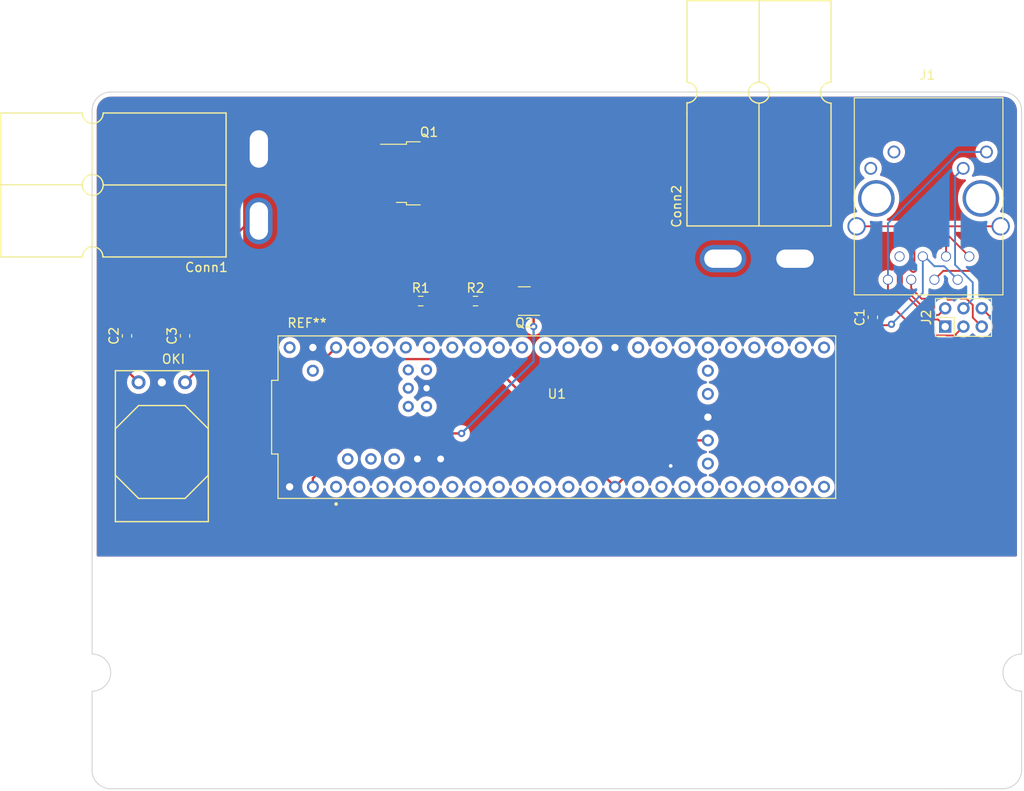
<source format=kicad_pcb>
(kicad_pcb (version 20211014) (generator pcbnew)
  (layers (0 "F.Cu" signal) (31 "B.Cu" signal) (34 "B.Paste" user) (35 "F.Paste" user) (36 "B.SilkS" user "B.Silkscreen") (37 "F.SilkS" user "F.Silkscreen") (38 "B.Mask" user) (39 "F.Mask" user) (44 "Edge.Cuts" user))
  (net 0 "")
  (net 1 "Net-(C1-Pad1)")
  (net 2 "Net-(C1-Pad2)")
  (net 3 "GND")
  (net 4 "+36V")
  (net 5 "Net-(Conn2-Pad4)")
  (net 6 "unconnected-(J1-PadSH)")
  (net 8 "Net-(J1-Pad10)")
  (net 10 "/Tx+")
  (net 11 "/Tx-")
  (net 13 "/Rx+")
  (net 14 "/Rx-")
  (net 15 "Net-(Q1-Pad1)")
  (net 16 "M1_EN")
  (net 17 "Net-(Q2-Pad3)")
  (net 22 "+3V3")
  (footprint "MRDT_Connectors:Square_Anderson_2_H_Side_By_Side_PV" (layer "F.Cu") (at 145.715 57.7178 -90)
    (fp_text reference "Conn2" (at -5.85 13.25 90) (layer "F.SilkS"))
    (fp_text value "AndersonPP")
    (fp_line (start -18.2856 1.951) (end -18.2856 3.094) (layer "F.SilkS") (width 0.15))
    (fp_line (start -16.025 -3.637) (end -17.1172 -3.637) (layer "F.SilkS") (width 0.15))
    (fp_line (start -20.5716 12.111) (end -28.3186 12.111) (layer "F.SilkS") (width 0.15))
    (fp_line (start -28.3186 -3.637) (end -20.5716 -3.637) (layer "F.SilkS") (width 0.15))
    (fp_line (start -15.9996 4.237) (end -3.706 4.237) (layer "F.SilkS") (width 0.15))
    (fp_line (start -28.3186 4.2116) (end -19.4286 4.2116) (layer "F.SilkS") (width 0.15))
    (fp_line (start -18.2856 6.523) (end -18.2856 5.38) (layer "F.SilkS") (width 0.15))
    (fp_line (start -15.9742 12.111) (end -17.168 12.111) (layer "F.SilkS") (width 0.15))
    (fp_line (start -28.344 -3.637) (end -28.344 12.111) (layer "F.SilkS") (width 0.15))
    (fp_line (start -18.2856 1.951) (end -18.2856 -1.3256) (layer "F.SilkS") (width 0.15))
    (fp_line (start -18.2856 9.7996) (end -18.2856 10.968) (layer "F.SilkS") (width 0.15))
    (fp_line (start -18.2856 6.523) (end -18.2856 9.825) (layer "F.SilkS") (width 0.15))
    (fp_line (start -20.597 12.111) (end -19.4286 12.111) (layer "F.SilkS") (width 0.15))
    (fp_line (start -15.9996 4.237) (end -17.1426 4.237) (layer "F.SilkS") (width 0.15))
    (fp_line (start -15.9996 12.111) (end -3.706 12.111) (layer "F.SilkS") (width 0.15))
    (fp_line (start -18.2856 -2.494) (end -18.2856 -1.3256) (layer "F.SilkS") (width 0.15))
    (fp_line (start -15.9996 -3.637) (end -3.706 -3.637) (layer "F.SilkS") (width 0.15))
    (fp_line (start -3.706 -3.637) (end -3.706 12.111) (layer "F.SilkS") (width 0.15))
    (fp_line (start -19.4286 -3.637) (end -20.6478 -3.637) (layer "F.SilkS") (width 0.15))
    (fp_arc (start -17.1426 -3.637) (mid -17.477377 -2.828777) (end -18.2856 -2.494) (layer "F.SilkS") (width 0.15))
    (fp_arc (start -19.4032 12.111) (mid -19.075863 11.320737) (end -18.2856 10.9934) (layer "F.SilkS") (width 0.15))
    (fp_arc (start -18.2856 -2.494) (mid -19.093823 -2.828777) (end -19.4286 -3.637) (layer "F.SilkS") (width 0.15))
    (fp_arc (start -18.2856 10.9934) (mid -17.495337 11.320737) (end -17.168 12.111) (layer "F.SilkS") (width 0.15))
    (fp_circle (center -18.2856 4.237) (end -18.2856 5.38) (layer "F.SilkS") (width 0.15) (fill none))
    (pad "1" thru_hole oval locked (at -0.1246 0.3 270) (size 3 5.1) (drill oval 2 4.1) (layers *.Cu *.Mask) (net 3 "GND"))
    (pad "4" thru_hole oval locked (at -0.1246 8.174 270) (size 3 5.1) (drill oval 2 4.1) (layers *.Cu *.Mask) (net 5 "Net-(Conn2-Pad4)"))
  )
  (footprint "MRDT_Shields:Teensy_4_1_Vertical" (layer "F.Cu") (at 68.58 39.37)
    (fp_text reference "U1" (at 50.8 33.02) (layer "F.SilkS"))
    (fp_text value "Teensy4.1_DEV-16771")
    (fp_text user "REF**" (at 23.495 25.265) (layer "F.SilkS"))
    (fp_line (start 81.28 44.45) (end 20.32 44.45) (layer "F.SilkS") (width 0.127))
    (fp_line (start 20.32 26.67) (end 81.28 26.67) (layer "F.SilkS") (width 0.127))
    (fp_line (start 19.62 39.59) (end 19.62 31.53) (layer "F.SilkS") (width 0.127))
    (fp_line (start 20.32 26.67) (end 20.32 31.53) (layer "F.SilkS") (width 0.127))
    (fp_line (start 20.32 44.45) (end 20.32 39.59) (layer "F.SilkS") (width 0.127))
    (fp_line (start 20.32 31.53) (end 19.62 31.53) (layer "F.SilkS") (width 0.127))
    (fp_line (start 81.28 26.67) (end 81.28 44.45) (layer "F.SilkS") (width 0.127))
    (fp_line (start 20.32 39.59) (end 19.62 39.59) (layer "F.SilkS") (width 0.127))
    (fp_circle (center 26.67 45.06) (end 26.77 45.06) (layer "F.SilkS") (width 0.2) (fill none))
    (pad "0" thru_hole circle locked (at 24.13 43.18) (size 1.308 1.308) (drill 0.8) (layers *.Cu *.Mask) (net 16 "M1_EN"))
    (pad "1" thru_hole circle locked (at 26.67 43.18) (size 1.308 1.308) (drill 0.8) (layers *.Cu *.Mask))
    (pad "2" thru_hole circle locked (at 29.21 43.18) (size 1.308 1.308) (drill 0.8) (layers *.Cu *.Mask))
    (pad "3" thru_hole circle locked (at 31.75 43.18) (size 1.308 1.308) (drill 0.8) (layers *.Cu *.Mask))
    (pad "3.3V_1" thru_hole circle locked (at 57.15 43.18) (size 1.308 1.308) (drill 0.8) (layers *.Cu *.Mask) (net 22 "+3V3"))
    (pad "3.3V_2" thru_hole circle locked (at 26.67 27.94) (size 1.308 1.308) (drill 0.8) (layers *.Cu *.Mask) (net 22 "+3V3"))
    (pad "3.3V_3" thru_hole circle locked (at 67.31 38.1) (size 1.308 1.308) (drill 0.8) (layers *.Cu *.Mask) (net 22 "+3V3"))
    (pad "4" thru_hole circle locked (at 34.29 43.18) (size 1.308 1.308) (drill 0.8) (layers *.Cu *.Mask))
    (pad "5" thru_hole circle locked (at 36.83 43.18) (size 1.308 1.308) (drill 0.8) (layers *.Cu *.Mask))
    (pad "5V" thru_hole circle locked (at 27.94 40.13) (size 1.258 1.258) (drill 0.75) (layers *.Cu *.Mask))
    (pad "6" thru_hole circle locked (at 39.37 43.18) (size 1.308 1.308) (drill 0.8) (layers *.Cu *.Mask))
    (pad "7" thru_hole circle locked (at 41.91 43.18) (size 1.308 1.308) (drill 0.8) (layers *.Cu *.Mask))
    (pad "8" thru_hole circle locked (at 44.45 43.18) (size 1.308 1.308) (drill 0.8) (layers *.Cu *.Mask))
    (pad "9" thru_hole circle locked (at 46.99 43.18) (size 1.308 1.308) (drill 0.8) (layers *.Cu *.Mask))
    (pad "10" thru_hole circle locked (at 49.53 43.18) (size 1.308 1.308) (drill 0.8) (layers *.Cu *.Mask))
    (pad "11" thru_hole circle locked (at 52.07 43.18) (size 1.308 1.308) (drill 0.8) (layers *.Cu *.Mask))
    (pad "12" thru_hole circle locked (at 54.61 43.18) (size 1.308 1.308) (drill 0.8) (layers *.Cu *.Mask))
    (pad "13" thru_hole circle locked (at 54.61 27.94) (size 1.308 1.308) (drill 0.8) (layers *.Cu *.Mask))
    (pad "14" thru_hole circle locked (at 52.07 27.94) (size 1.308 1.308) (drill 0.8) (layers *.Cu *.Mask))
    (pad "15" thru_hole circle locked (at 49.53 27.94) (size 1.308 1.308) (drill 0.8) (layers *.Cu *.Mask))
    (pad "16" thru_hole circle locked (at 46.99 27.94) (size 1.308 1.308) (drill 0.8) (layers *.Cu *.Mask))
    (pad "17" thru_hole circle locked (at 44.45 27.94) (size 1.308 1.308) (drill 0.8) (layers *.Cu *.Mask))
    (pad "18" thru_hole circle locked (at 41.91 27.94) (size 1.308 1.308) (drill 0.8) (layers *.Cu *.Mask))
    (pad "19" thru_hole circle locked (at 39.37 27.94) (size 1.308 1.308) (drill 0.8) (layers *.Cu *.Mask))
    (pad "20" thru_hole circle locked (at 36.83 27.94) (size 1.308 1.308) (drill 0.8) (layers *.Cu *.Mask))
    (pad "21" thru_hole circle locked (at 34.29 27.94) (size 1.308 1.308) (drill 0.8) (layers *.Cu *.Mask))
    (pad "22" thru_hole circle locked (at 31.75 27.94) (size 1.308 1.308) (drill 0.8) (layers *.Cu *.Mask))
    (pad "23" thru_hole circle locked (at 29.21 27.94) (size 1.308 1.308) (drill 0.8) (layers *.Cu *.Mask))
    (pad "24" thru_hole circle locked (at 59.69 43.18) (size 1.308 1.308) (drill 0.8) (layers *.Cu *.Mask))
    (pad "25" thru_hole circle locked (at 62.23 43.18) (size 1.308 1.308) (drill 0.8) (layers *.Cu *.Mask))
    (pad "26" thru_hole circle locked (at 64.77 43.18) (size 1.308 1.308) (drill 0.8) (layers *.Cu *.Mask))
    (pad "27" thru_hole circle locked (at 67.31 43.18) (size 1.308 1.308) (drill 0.8) (layers *.Cu *.Mask))
    (pad "28" thru_hole circle locked (at 69.85 43.18) (size 1.308 1.308) (drill 0.8) (layers *.Cu *.Mask))
    (pad "29" thru_hole circle locked (at 72.39 43.18) (size 1.308 1.308) (drill 0.8) (layers *.Cu *.Mask))
    (pad "30" thru_hole circle locked (at 74.93 43.18) (size 1.308 1.308) (drill 0.8) (layers *.Cu *.Mask))
    (pad "31" thru_hole circle locked (at 77.47 43.18) (size 1.308 1.308) (drill 0.8) (layers *.Cu *.Mask))
    (pad "32" thru_hole circle locked (at 80.01 43.18) (size 1.308 1.308) (drill 0.8) (layers *.Cu *.Mask))
    (pad "33" thru_hole circle locked (at 80.01 27.94) (size 1.308 1.308) (drill 0.8) (layers *.Cu *.Mask))
    (pad "34" thru_hole circle locked (at 77.47 27.94) (size 1.308 1.308) (drill 0.8) (layers *.Cu *.Mask))
    (pad "35" thru_hole circle locked (at 74.93 27.94) (size 1.308 1.308) (drill 0.8) (layers *.Cu *.Mask))
    (pad "36" thru_hole circle locked (at 72.39 27.94) (size 1.308 1.308) (drill 0.8) (layers *.Cu *.Mask))
    (pad "37" thru_hole circle locked (at 69.85 27.94) (size 1.308 1.308) (drill 0.8) (layers *.Cu *.Mask))
    (pad "38" thru_hole circle locked (at 67.31 27.94) (size 1.308 1.308) (drill 0.8) (layers *.Cu *.Mask))
    (pad "39" thru_hole circle locked (at 64.77 27.94) (size 1.308 1.308) (drill 0.8) (layers *.Cu *.Mask))
    (pad "40" thru_hole circle locked (at 62.23 27.94) (size 1.308 1.308) (drill 0.8) (layers *.Cu *.Mask))
    (pad "41" thru_hole circle locked (at 59.69 27.94) (size 1.308 1.308) (drill 0.8) (layers *.Cu *.Mask))
    (pad "D+" thru_hole circle locked (at 33.02 40.13 180) (size 1.258 1.258) (drill 0.75) (layers *.Cu *.Mask))
    (pad "D-" thru_hole circle locked (at 30.48 40.13) (size 1.258 1.258) (drill 0.75) (layers *.Cu *.Mask))
    (pad "GND1" thru_hole circle locked (at 21.59 43.18) (size 1.308 1.308) (drill 0.8) (layers *.Cu *.Mask) (net 3 "GND"))
    (pad "GND2" thru_hole circle locked (at 57.15 27.94) (size 1.308 1.308) (drill 0.8) (layers *.Cu *.Mask) (net 3 "GND"))
    (pad "GND3" thru_hole circle locked (at 24.13 27.94) (size 1.308 1.308) (drill 0.8) (layers *.Cu *.Mask) (net 3 "GND"))
    (pad "GND4" thru_hole circle locked (at 67.31 35.56) (size 1.308 1.308) (drill 0.8) (layers *.Cu *.Mask) (net 3 "GND"))
    (pad "GND5" thru_hole circle locked (at 36.56 32.39) (size 1.208 1.208) (drill 0.7) (layers *.Cu *.Mask) (net 3 "GND"))
    (pad "LED" thru_hole circle locked (at 34.56 32.39) (size 1.208 1.208) (drill 0.7) (layers *.Cu *.Mask))
    (pad "ON/OFF" thru_hole circle locked (at 67.31 30.48) (size 1.308 1.308) (drill 0.8) (layers *.Cu *.Mask))
    (pad "PROGRAM" thru_hole circle locked (at 67.31 33.02) (size 1.308 1.308) (drill 0.8) (layers *.Cu *.Mask))
    (pad "R+" thru_hole circle locked (at 34.56 30.39) (size 1.208 1.208) (drill 0.7) (layers *.Cu *.Mask))
    (pad "R-" thru_hole circle locked (at 36.56 30.39) (size 1.208 1.208) (drill 0.7) (layers *.Cu *.Mask))
    (pad "T+" thru_hole circle locked (at 36.56 34.39) (size 1.208 1.208) (drill 0.7) (layers *.Cu *.Mask))
    (pad "T-" thru_hole circle locked (at 34.56 34.39 270) (size 1.208 1.208) (drill 0.7) (layers *.Cu *.Mask))
    (pad "USB_GND1" thru_hole circle locked (at 35.56 40.13 180) (size 1.258 1.258) (drill 0.75) (layers *.Cu *.Mask) (net 3 "GND"))
    (pad "USB_GND2" thru_hole circle locked (at 38.1 40.13) (size 1.258 1.258) (drill 0.75) (layers *.Cu *.Mask) (net 3 "GND"))
    (pad "VBAT" thru_hole circle locked (at 67.31 40.64) (size 1.308 1.308) (drill 0.8) (layers *.Cu *.Mask))
    (pad "VIN" thru_hole circle locked (at 21.59 27.94) (size 1.308 1.308) (drill 0.8) (layers *.Cu *.Mask))
    (pad "VUSB" thru_hole circle locked (at 24.13 30.48) (size 1.308 1.308) (drill 0.8) (layers *.Cu *.Mask))
  )
  (footprint "Package_TO_SOT_SMD:SOT-23" (layer "F.Cu") (at 115.824 62.23 180)
    (fp_text reference "Q2" (at 0 -2.4) (layer "F.SilkS"))
    (fp_text value "Q_NMOS_GSD")
    (fp_line (start 0 1.56) (end -0.65 1.56) (layer "F.SilkS") (width 0.12))
    (fp_line (start 0 1.56) (end 0.65 1.56) (layer "F.SilkS") (width 0.12))
    (fp_line (start 0 -1.56) (end 0.65 -1.56) (layer "F.SilkS") (width 0.12))
    (fp_line (start 0 -1.56) (end -1.675 -1.56) (layer "F.SilkS") (width 0.12))
    (pad "1" smd roundrect (at -0.9375 -0.95 180) (size 1.475 0.6) (layers "F.Cu" "F.Paste" "F.Mask") (net 16 "M1_EN"))
    (pad "2" smd roundrect (at -0.9375 0.95 180) (size 1.475 0.6) (layers "F.Cu" "F.Paste" "F.Mask") (net 3 "GND"))
    (pad "3" smd roundrect (at 0.9375 0 180) (size 1.475 0.6) (layers "F.Cu" "F.Paste" "F.Mask") (net 17 "Net-(Q2-Pad3)"))
  )
  (footprint "Connector_PinHeader_2.00mm:PinHeader_2x03_P2.00mm_Vertical" (layer "F.Cu") (at 161.83 65.024 90)
    (fp_text reference "J2" (at 1 -2.06 90) (layer "F.SilkS"))
    (fp_text value "Conn_02x03_Counter_Clockwise")
    (fp_line (start -1.06 5.06) (end 3.06 5.06) (layer "F.SilkS") (width 0.12))
    (fp_line (start -1.06 1) (end 1 1) (layer "F.SilkS") (width 0.12))
    (fp_line (start 1 -1.06) (end 3.06 -1.06) (layer "F.SilkS") (width 0.12))
    (fp_line (start -1.06 -1.06) (end 0 -1.06) (layer "F.SilkS") (width 0.12))
    (fp_line (start -1.06 1) (end -1.06 5.06) (layer "F.SilkS") (width 0.12))
    (fp_line (start 3.06 -1.06) (end 3.06 5.06) (layer "F.SilkS") (width 0.12))
    (fp_line (start -1.06 0) (end -1.06 -1.06) (layer "F.SilkS") (width 0.12))
    (fp_line (start 1 1) (end 1 -1.06) (layer "F.SilkS") (width 0.12))
    (pad "1" thru_hole rect (at 0 0 90) (size 1.35 1.35) (drill 0.8) (layers *.Cu *.Mask) (net 10 "/Tx+"))
    (pad "2" thru_hole oval (at 2 0 90) (size 1.35 1.35) (drill 0.8) (layers *.Cu *.Mask) (net 11 "/Tx-"))
    (pad "3" thru_hole oval (at 0 2 90) (size 1.35 1.35) (drill 0.8) (layers *.Cu *.Mask) (net 2 "Net-(C1-Pad2)"))
    (pad "4" thru_hole oval (at 2 2 90) (size 1.35 1.35) (drill 0.8) (layers *.Cu *.Mask) (net 8 "Net-(J1-Pad10)"))
    (pad "5" thru_hole oval (at 0 4 90) (size 1.35 1.35) (drill 0.8) (layers *.Cu *.Mask) (net 14 "/Rx-"))
    (pad "6" thru_hole oval (at 2 4 90) (size 1.35 1.35) (drill 0.8) (layers *.Cu *.Mask) (net 13 "/Rx+"))
  )
  (footprint "Package_TO_SOT_SMD:TO-252-2" (layer "F.Cu") (at 105.41 48.26)
    (fp_text reference "Q1" (at 0 -4.5) (layer "F.SilkS"))
    (fp_text value "Q_PMOS_GDS")
    (fp_line (start -2.47 3.18) (end -3.57 3.18) (layer "F.SilkS") (width 0.12))
    (fp_line (start -2.47 -3.18) (end -5.3 -3.18) (layer "F.SilkS") (width 0.12))
    (fp_line (start -0.97 3.45) (end -2.47 3.45) (layer "F.SilkS") (width 0.12))
    (fp_line (start -2.47 3.45) (end -2.47 3.18) (layer "F.SilkS") (width 0.12))
    (fp_line (start -2.47 -3.45) (end -2.47 -3.18) (layer "F.SilkS") (width 0.12))
    (fp_line (start -0.97 -3.45) (end -2.47 -3.45) (layer "F.SilkS") (width 0.12))
    (pad "1" smd rect (at -4.2 -2.28) (size 2.2 1.2) (layers "F.Cu" "F.Paste" "F.Mask") (net 15 "Net-(Q1-Pad1)"))
    (pad "2" smd rect (at 2.1 0) (size 6.4 5.8) (layers "F.Cu" "F.Mask") (net 5 "Net-(Conn2-Pad4)"))
    (pad "3" smd rect (at -4.2 2.28) (size 2.2 1.2) (layers "F.Cu" "F.Paste" "F.Mask") (net 4 "+36V"))
  )
  (footprint "Resistor_SMD:R_0603_1608Metric_Pad0.98x0.95mm_HandSolder" (layer "F.Cu") (at 104.4975 62.23)
    (fp_text reference "R1" (at 0 -1.43) (layer "F.SilkS"))
    (fp_text value "10K")
    (fp_line (start -0.254724 0.5225) (end 0.254724 0.5225) (layer "F.SilkS") (width 0.12))
    (fp_line (start -0.254724 -0.5225) (end 0.254724 -0.5225) (layer "F.SilkS") (width 0.12))
    (pad "1" smd roundrect (at -0.9125 0) (size 0.975 0.95) (layers "F.Cu" "F.Paste" "F.Mask") (net 4 "+36V"))
    (pad "2" smd roundrect (at 0.9125 0) (size 0.975 0.95) (layers "F.Cu" "F.Paste" "F.Mask") (net 15 "Net-(Q1-Pad1)"))
  )
  (footprint "MRDT_Connectors:RJ45_Teensy" (layer "F.Cu") (at 159.895 38.0025 180)
    (fp_text reference "J1" (at 0 0.5) (layer "F.SilkS"))
    (fp_text value "RJ45_LED_Shielded")
    (fp_line (start 8 -2) (end 8 -23.55) (layer "F.SilkS") (width 0.12))
    (fp_line (start -8.25 -2) (end -8.25 -23.55) (layer "F.SilkS") (width 0.12))
    (fp_line (start -8.25 -2) (end 8 -2) (layer "F.SilkS") (width 0.12))
    (fp_line (start -8.25 -23.55) (end 8 -23.55) (layer "F.SilkS") (width 0.12))
    (pad "1" thru_hole circle locked (at -4.57 -19.35 180) (size 1.1 1.1) (drill 0.9) (layers *.Cu *.Mask) (net 10 "/Tx+"))
    (pad "2" thru_hole circle locked (at -3.3 -21.89 180) (size 1.1 1.1) (drill 0.9) (layers *.Cu *.Mask) (net 1 "Net-(C1-Pad1)"))
    (pad "3" thru_hole circle locked (at -2.03 -19.35 180) (size 1.1 1.1) (drill 0.9) (layers *.Cu *.Mask) (net 11 "/Tx-"))
    (pad "4" thru_hole circle locked (at -0.76 -21.89 180) (size 1.1 1.1) (drill 0.9) (layers *.Cu *.Mask) (net 13 "/Rx+"))
    (pad "5" thru_hole circle locked (at 0.51 -19.35 180) (size 1.1 1.1) (drill 0.9) (layers *.Cu *.Mask) (net 1 "Net-(C1-Pad1)"))
    (pad "6" thru_hole circle locked (at 1.78 -21.89 180) (size 1.1 1.1) (drill 0.9) (layers *.Cu *.Mask) (net 14 "/Rx-"))
    (pad "7" thru_hole circle locked (at 3.05 -19.35 180) (size 1.1 1.1) (drill 0.9) (layers *.Cu *.Mask))
    (pad "8" thru_hole circle locked (at 4.32 -21.89 180) (size 1.1 1.1) (drill 0.9) (layers *.Cu *.Mask) (net 2 "Net-(C1-Pad2)"))
    (pad "9" thru_hole circle locked (at -6.45 -7.92 180) (size 1.4 1.4) (drill 1.02) (layers *.Cu *.Mask) (net 2 "Net-(C1-Pad2)"))
    (pad "10" thru_hole circle locked (at -3.91 -9.71 180) (size 1.4 1.4) (drill 1.02) (layers *.Cu *.Mask) (net 8 "Net-(J1-Pad10)"))
    (pad "11" thru_hole circle locked (at 3.66 -7.92 180) (size 1.4 1.4) (drill 1.02) (layers *.Cu *.Mask))
    (pad "12" thru_hole circle locked (at 6.2 -9.71 180) (size 1.4 1.4) (drill 1.02) (layers *.Cu *.Mask))
    (pad "13" thru_hole circle locked (at -5.84 -13 180) (size 4 4) (drill 3.25) (layers *.Cu *.Mask))
    (pad "14" thru_hole circle locked (at 5.59 -13 180) (size 4 4) (drill 3.25) (layers *.Cu *.Mask))
    (pad "SH" thru_hole circle locked (at 7.75 -16.05 180) (size 2 2) (drill 1.6) (layers *.Cu *.Mask) (net 6 "unconnected-(J1-PadSH)"))
    (pad "SH" thru_hole circle locked (at -8 -16.05 180) (size 2 2) (drill 1.6) (layers *.Cu *.Mask) (net 6 "unconnected-(J1-PadSH)"))
  )
  (footprint "Capacitor_SMD:C_0603_1608Metric_Pad1.08x0.95mm_HandSolder" (layer "F.Cu") (at 72.39 66.04 90)
    (fp_text reference "C2" (at 0 -1.43 90) (layer "F.SilkS"))
    (fp_text value "10uF")
    (fp_line (start -0.146267 0.51) (end 0.146267 0.51) (layer "F.SilkS") (width 0.12))
    (fp_line (start -0.146267 -0.51) (end 0.146267 -0.51) (layer "F.SilkS") (width 0.12))
    (pad "1" smd roundrect (at -0.8625 0 90) (size 1.075 0.95) (layers "F.Cu" "F.Paste" "F.Mask") (net 4 "+36V"))
    (pad "2" smd roundrect (at 0.8625 0 90) (size 1.075 0.95) (layers "F.Cu" "F.Paste" "F.Mask") (net 3 "GND"))
  )
  (footprint "Resistor_SMD:R_0603_1608Metric_Pad0.98x0.95mm_HandSolder" (layer "F.Cu") (at 110.49 62.23)
    (fp_text reference "R2" (at 0 -1.43) (layer "F.SilkS"))
    (fp_text value "22K")
    (fp_line (start -0.254724 0.5225) (end 0.254724 0.5225) (layer "F.SilkS") (width 0.12))
    (fp_line (start -0.254724 -0.5225) (end 0.254724 -0.5225) (layer "F.SilkS") (width 0.12))
    (pad "1" smd roundrect (at -0.9125 0) (size 0.975 0.95) (layers "F.Cu" "F.Paste" "F.Mask") (net 15 "Net-(Q1-Pad1)"))
    (pad "2" smd roundrect (at 0.9125 0) (size 0.975 0.95) (layers "F.Cu" "F.Paste" "F.Mask") (net 17 "Net-(Q2-Pad3)"))
  )
  (footprint "MRDT_Connectors:Square_Anderson_2_H_Side_By_Side_PV" (layer "F.Cu") (at 86.9278 45.293)
    (fp_text reference "Conn1" (at -5.85 13.25) (layer "F.SilkS"))
    (fp_text value "AndersonPP")
    (fp_line (start -28.3186 4.2116) (end -19.4286 4.2116) (layer "F.SilkS") (width 0.15))
    (fp_line (start -15.9996 -3.637) (end -3.706 -3.637) (layer "F.SilkS") (width 0.15))
    (fp_line (start -15.9996 4.237) (end -17.1426 4.237) (layer "F.SilkS") (width 0.15))
    (fp_line (start -16.025 -3.637) (end -17.1172 -3.637) (layer "F.SilkS") (width 0.15))
    (fp_line (start -28.344 -3.637) (end -28.344 12.111) (layer "F.SilkS") (width 0.15))
    (fp_line (start -28.3186 -3.637) (end -20.5716 -3.637) (layer "F.SilkS") (width 0.15))
    (fp_line (start -18.2856 6.523) (end -18.2856 9.825) (layer "F.SilkS") (width 0.15))
    (fp_line (start -20.5716 12.111) (end -28.3186 12.111) (layer "F.SilkS") (width 0.15))
    (fp_line (start -18.2856 9.7996) (end -18.2856 10.968) (layer "F.SilkS") (width 0.15))
    (fp_line (start -3.706 -3.637) (end -3.706 12.111) (layer "F.SilkS") (width 0.15))
    (fp_line (start -20.597 12.111) (end -19.4286 12.111) (layer "F.SilkS") (width 0.15))
    (fp_line (start -18.2856 -2.494) (end -18.2856 -1.3256) (layer "F.SilkS") (width 0.15))
    (fp_line (start -18.2856 1.951) (end -18.2856 -1.3256) (layer "F.SilkS") (width 0.15))
    (fp_line (start -15.9996 12.111) (end -3.706 12.111) (layer "F.SilkS") (width 0.15))
    (fp_line (start -18.2856 1.951) (end -18.2856 3.094) (layer "F.SilkS") (width 0.15))
    (fp_line (start -15.9996 4.237) (end -3.706 4.237) (layer "F.SilkS") (width 0.15))
    (fp_line (start -18.2856 6.523) (end -18.2856 5.38) (layer "F.SilkS") (width 0.15))
    (fp_line (start -19.4286 -3.637) (end -20.6478 -3.637) (layer "F.SilkS") (width 0.15))
    (fp_line (start -15.9742 12.111) (end -17.168 12.111) (layer "F.SilkS") (width 0.15))
    (fp_arc (start -17.1426 -3.637) (mid -17.477377 -2.828777) (end -18.2856 -2.494) (layer "F.SilkS") (width 0.15))
    (fp_arc (start -18.2856 -2.494) (mid -19.093823 -2.828777) (end -19.4286 -3.637) (layer "F.SilkS") (width 0.15))
    (fp_arc (start -18.2856 10.9934) (mid -17.495337 11.320737) (end -17.168 12.111) (layer "F.SilkS") (width 0.15))
    (fp_arc (start -19.4032 12.111) (mid -19.075863 11.320737) (end -18.2856 10.9934) (layer "F.SilkS") (width 0.15))
    (fp_circle (center -18.2856 4.237) (end -18.2856 5.38) (layer "F.SilkS") (width 0.15) (fill none))
    (pad "1" thru_hole oval locked (at -0.1246 0.3) (size 3 5.1) (drill oval 2 4.1) (layers *.Cu *.Mask) (net 3 "GND"))
    (pad "4" thru_hole oval locked (at -0.1246 8.174) (size 3 5.1) (drill oval 2 4.1) (layers *.Cu *.Mask) (net 4 "+36V"))
  )
  (footprint "Capacitor_SMD:C_0603_1608Metric_Pad1.08x0.95mm_HandSolder" (layer "F.Cu") (at 78.74 66.04 90)
    (fp_text reference "C3" (at 0 -1.43 90) (layer "F.SilkS"))
    (fp_text value "10uF")
    (fp_line (start -0.146267 0.51) (end 0.146267 0.51) (layer "F.SilkS") (width 0.12))
    (fp_line (start -0.146267 -0.51) (end 0.146267 -0.51) (layer "F.SilkS") (width 0.12))
    (pad "1" smd roundrect (at -0.8625 0 90) (size 1.075 0.95) (layers "F.Cu" "F.Paste" "F.Mask") (net 22 "+3V3"))
    (pad "2" smd roundrect (at 0.8625 0 90) (size 1.075 0.95) (layers "F.Cu" "F.Paste" "F.Mask") (net 3 "GND"))
  )
  (footprint "Capacitor_SMD:C_0603_1608Metric_Pad1.08x0.95mm_HandSolder" (layer "F.Cu") (at 153.924 64.008 90)
    (fp_text reference "C1" (at 0 -1.43 90) (layer "F.SilkS"))
    (fp_text value "C")
    (fp_line (start -0.146267 0.51) (end 0.146267 0.51) (layer "F.SilkS") (width 0.12))
    (fp_line (start -0.146267 -0.51) (end 0.146267 -0.51) (layer "F.SilkS") (width 0.12))
    (pad "1" smd roundrect (at -0.8625 0 90) (size 1.075 0.95) (layers "F.Cu" "F.Paste" "F.Mask") (net 1 "Net-(C1-Pad1)"))
    (pad "2" smd roundrect (at 0.8625 0 90) (size 1.075 0.95) (layers "F.Cu" "F.Paste" "F.Mask") (net 2 "Net-(C1-Pad2)"))
  )
  (footprint "MRDT_Devices:OKI_Horizontal" (layer "F.Cu") (at 73.66 71.12)
    (fp_text reference "U2" hide)
    (fp_text value "OKI" (at 3.81 -2.54) (layer "F.SilkS"))
    (fp_line (start -2.54 15.24) (end -2.54 -1.27) (layer "F.SilkS") (width 0.15))
    (fp_line (start 7.62 10.16) (end 5.08 12.7) (layer "F.SilkS") (width 0.15))
    (fp_line (start 0 12.7) (end -2.54 10.16) (layer "F.SilkS") (width 0.15))
    (fp_line (start -2.54 -1.27) (end 7.62 -1.27) (layer "F.SilkS") (width 0.15))
    (fp_line (start 0 2.54) (end 5.08 2.54) (layer "F.SilkS") (width 0.15))
    (fp_line (start -2.54 10.16) (end -2.54 5.08) (layer "F.SilkS") (width 0.15))
    (fp_line (start -2.54 5.08) (end 0 2.54) (layer "F.SilkS") (width 0.15))
    (fp_line (start 5.08 2.54) (end 7.62 5.08) (layer "F.SilkS") (width 0.15))
    (fp_line (start 7.62 5.08) (end 7.62 10.16) (layer "F.SilkS") (width 0.15))
    (fp_line (start -2.54 15.24) (end 7.62 15.24) (layer "F.SilkS") (width 0.15))
    (fp_line (start 7.62 -1.27) (end 7.62 15.24) (layer "F.SilkS") (width 0.15))
    (fp_line (start 5.08 12.7) (end 0 12.7) (layer "F.SilkS") (width 0.15))
    (pad "1" thru_hole circle locked (at 0 0) (size 1.524 1.524) (drill 0.889) (layers *.Cu *.Mask) (net 4 "+36V"))
    (pad "2" thru_hole circle locked (at 2.54 0) (size 1.524 1.524) (drill 0.889) (layers *.Cu *.Mask) (net 3 "GND"))
    (pad "3" thru_hole circle locked (at 5.08 0) (size 1.524 1.524) (drill 0.889) (layers *.Cu *.Mask) (net 22 "+3V3"))
  )
  (gr_arc (start 70.676184 115.576126) (mid 69.192987 115.002404) (end 68.572864 113.538) (layer "Edge.Cuts") (width 0.1))
  (gr_line (start 70.612 39.37) (end 168.148 39.37) (layer "Edge.Cuts") (width 0.1))
  (gr_arc (start 68.58 41.402) (mid 69.175159 39.965159) (end 70.612 39.37) (layer "Edge.Cuts") (width 0.1))
  (gr_arc (start 170.18 104.902) (mid 168.148 102.87) (end 170.18 100.838) (layer "Edge.Cuts") (width 0.1))
  (gr_line (start 170.18 104.902) (end 170.18 113.538) (layer "Edge.Cuts") (width 0.1))
  (gr_arc (start 170.18 113.538) (mid 169.584841 114.974841) (end 168.148 115.57) (layer "Edge.Cuts") (width 0.1))
  (gr_line (start 170.18 41.402) (end 170.18 100.838) (layer "Edge.Cuts") (width 0.1))
  (gr_line (start 168.148 115.57) (end 70.676184 115.576126) (layer "Edge.Cuts") (width 0.1))
  (gr_line (start 68.58 100.838) (end 68.58 41.402) (layer "Edge.Cuts") (width 0.1))
  (gr_arc (start 168.148 39.37) (mid 169.584841 39.965159) (end 170.18 41.402) (layer "Edge.Cuts") (width 0.1))
  (gr_arc (start 68.58 100.838) (mid 70.612 102.87) (end 68.58 104.902) (layer "Edge.Cuts") (width 0.1))
  (gr_line (start 68.58 113.538) (end 68.58 104.902) (layer "Edge.Cuts") (width 0.1))
  (segment (start 155.8555 64.8705) (end 153.924 64.8705) (width 0.2) (layer "F.Cu") (net 1))
  (segment (start 155.956 64.77) (end 155.8555 64.8705) (width 0.2) (layer "F.Cu") (net 1))
  (via (at 155.956 64.77) (size 0.8) (drill 0.4) (layers "F.Cu" "B.Cu") (net 1))
  (segment (start 161.7225 58.42) (end 163.195 59.8925) (width 0.2) (layer "B.Cu") (net 1))
  (segment (start 159.5875 57.3525) (end 160.655 58.42) (width 0.2) (layer "B.Cu") (net 1))
  (segment (start 159.385 57.3525) (end 159.5875 57.3525) (width 0.2) (layer "B.Cu") (net 1))
  (segment (start 160.655 58.42) (end 161.7225 58.42) (width 0.2) (layer "B.Cu") (net 1))
  (segment (start 155.956 64.77) (end 159.385 61.341) (width 0.2) (layer "B.Cu") (net 1))
  (segment (start 159.385 61.341) (end 159.385 57.3525) (width 0.2) (layer "B.Cu") (net 1))
  (segment (start 155.575 61.4945) (end 155.575 59.8925) (width 0.2) (layer "F.Cu") (net 2))
  (segment (start 159.217 65.999) (end 156.3635 63.1455) (width 0.2) (layer "F.Cu") (net 2))
  (segment (start 162.855 65.999) (end 159.217 65.999) (width 0.2) (layer "F.Cu") (net 2))
  (segment (start 163.83 65.024) (end 162.855 65.999) (width 0.2) (layer "F.Cu") (net 2))
  (segment (start 153.924 63.1455) (end 155.575 61.4945) (width 0.2) (layer "F.Cu") (net 2))
  (segment (start 156.3635 63.1455) (end 153.924 63.1455) (width 0.2) (layer "F.Cu") (net 2))
  (segment (start 163.3735 45.9225) (end 155.575 53.721) (width 0.2) (layer "B.Cu") (net 2))
  (segment (start 155.575 53.721) (end 155.575 59.8925) (width 0.2) (layer "B.Cu") (net 2))
  (segment (start 166.345 45.9225) (end 163.3735 45.9225) (width 0.2) (layer "B.Cu") (net 2))
  (via (at 131.826 80.264) (size 0.8) (drill 0.4) (layers "F.Cu" "B.Cu") (net 3))
  (segment (start 86.8032 53.467) (end 85.8255 53.467) (width 0.254) (layer "F.Cu") (net 4))
  (segment (start 86.8032 53.467) (end 86.8032 55.0532) (width 0.254) (layer "F.Cu") (net 4))
  (segment (start 93.98 62.23) (end 103.585 62.23) (width 0.254) (layer "F.Cu") (net 4))
  (segment (start 85.8255 53.467) (end 72.39 66.9025) (width 0.254) (layer "F.Cu") (net 4))
  (segment (start 72.39 66.9025) (end 72.39 69.85) (width 0.25) (layer "F.Cu") (net 4))
  (segment (start 86.8032 53.467) (end 98.283 53.467) (width 1.27) (layer "F.Cu") (net 4))
  (segment (start 98.283 53.467) (end 101.21 50.54) (width 1.27) (layer "F.Cu") (net 4))
  (segment (start 72.39 69.85) (end 73.66 71.12) (width 0.25) (layer "F.Cu") (net 4))
  (segment (start 86.8032 55.0532) (end 93.98 62.23) (width 0.254) (layer "F.Cu") (net 4))
  (segment (start 167.895 54.0525) (end 152.145 54.0525) (width 0.2) (layer "F.Cu") (net 6))
  (segment (start 164.846 60.198) (end 164.846 62.008) (width 0.2) (layer "B.Cu") (net 8))
  (segment (start 164.846 62.008) (end 163.83 63.024) (width 0.2) (layer "B.Cu") (net 8))
  (segment (start 163.805 47.7125) (end 162.910686 48.606814) (width 0.2) (layer "B.Cu") (net 8))
  (segment (start 162.910686 48.606814) (end 162.910686 58.262686) (width 0.2) (layer "B.Cu") (net 8))
  (segment (start 162.910686 58.262686) (end 164.846 60.198) (width 0.2) (layer "B.Cu") (net 8))
  (segment (start 161.055001 64.249001) (end 160.196801 64.249001) (width 0.2) (layer "F.Cu") (net 10))
  (segment (start 156.646993 59.188807) (end 158.017 57.8188) (width 0.2) (layer "F.Cu") (net 10))
  (segment (start 161.83 65.024) (end 161.055001 64.249001) (width 0.2) (layer "F.Cu") (net 10))
  (segment (start 159.1648 54.893) (end 162.0055 54.893) (width 0.2) (layer "F.Cu") (net 10))
  (segment (start 156.646993 60.699193) (end 156.646993 59.188807) (width 0.2) (layer "F.Cu") (net 10))
  (segment (start 158.017 57.8188) (end 158.017 56.0408) (width 0.2) (layer "F.Cu") (net 10))
  (segment (start 160.196801 64.249001) (end 156.646993 60.699193) (width 0.2) (layer "F.Cu") (net 10))
  (segment (start 162.0055 54.893) (end 164.465 57.3525) (width 0.2) (layer "F.Cu") (net 10))
  (segment (start 158.017 56.0408) (end 159.1648 54.893) (width 0.2) (layer "F.Cu") (net 10))
  (segment (start 161.076471 55.412471) (end 161.036 55.372) (width 0.2) (layer "F.Cu") (net 11))
  (segment (start 158.467001 58.429465) (end 158.573067 58.535532) (width 0.2) (layer "F.Cu") (net 11))
  (segment (start 160.267486 63.329735) (end 160.267485 63.329735) (width 0.2) (layer "F.Cu") (net 11))
  (segment (start 158.467 56.156486) (end 158.467 58.0052) (width 0.2) (layer "F.Cu") (net 11))
  (segment (start 160.126063 62.622628) (end 160.126063 62.622627) (width 0.2) (layer "F.Cu") (net 11))
  (segment (start 161.1 63.754) (end 161.83 63.024) (width 0.2) (layer "F.Cu") (net 11))
  (segment (start 161.925 57.3525) (end 161.925 56.261) (width 0.2) (layer "F.Cu") (net 11))
  (segment (start 159.251486 55.372) (end 158.467 56.156486) (width 0.2) (layer "F.Cu") (net 11))
  (segment (start 161.036 55.372) (end 159.251486 55.372) (width 0.2) (layer "F.Cu") (net 11))
  (segment (start 157.096993 60.583507) (end 159.418956 62.90547) (width 0.2) (layer "F.Cu") (net 11))
  (segment (start 158.148802 58.959796) (end 158.042737 58.85373) (width 0.2) (layer "F.Cu") (net 11))
  (segment (start 160.550328 63.046892) (end 160.267486 63.329735) (width 0.2) (layer "F.Cu") (net 11))
  (segment (start 157.618474 58.853731) (end 157.618473 58.85373) (width 0.2) (layer "F.Cu") (net 11))
  (segment (start 161.07647 55.41247) (end 161.076471 55.412471) (width 0.2) (layer "F.Cu") (net 11))
  (segment (start 160.267486 63.754) (end 161.1 63.754) (width 0.2) (layer "F.Cu") (net 11))
  (segment (start 157.618473 58.85373) (end 157.618471 58.853727) (width 0.2) (layer "F.Cu") (net 11))
  (segment (start 160.934672 55.978531) (end 161.07647 55.836734) (width 0.2) (layer "F.Cu") (net 11))
  (segment (start 159.84322 62.90547) (end 160.126063 62.622628) (width 0.2) (layer "F.Cu") (net 11))
  (segment (start 160.934672 55.978532) (end 160.934672 55.978531) (width 0.2) (layer "F.Cu") (net 11))
  (segment (start 157.105765 59.364519) (end 157.096993 59.375207) (width 0.2) (layer "F.Cu") (net 11))
  (segment (start 157.618471 58.853727) (end 157.107678 59.364519) (width 0.2) (layer "F.Cu") (net 11))
  (segment (start 157.096993 59.375207) (end 157.096993 60.583507) (width 0.2) (layer "F.Cu") (net 11))
  (segment (start 158.148804 58.959795) (end 158.148802 58.959796) (width 0.2) (layer "F.Cu") (net 11))
  (segment (start 161.500734 56.260999) (end 161.358937 56.402797) (width 0.2) (layer "F.Cu") (net 11))
  (segment (start 161.500735 56.260999) (end 161.500734 56.260999) (width 0.2) (layer "F.Cu") (net 11))
  (segment (start 157.107678 59.364519) (end 157.105765 59.364519) (width 0.2) (layer "F.Cu") (net 11))
  (segment (start 158.573068 58.959797) (end 158.573067 58.959796) (width 0.2) (layer "F.Cu") (net 11))
  (arc (start 158.573067 58.535532) (mid 158.660935 58.747663) (end 158.573068 58.959797) (width 0.2) (layer "F.Cu") (net 11))
  (arc (start 160.550328 62.622628) (mid 160.638196 62.83476) (end 160.550328 63.046892) (width 0.2) (layer "F.Cu") (net 11))
  (arc (start 160.126063 62.622627) (mid 160.338196 62.534759) (end 160.550328 62.622628) (width 0.2) (layer "F.Cu") (net 11))
  (arc (start 158.042737 58.85373) (mid 157.830604 58.765862) (end 157.618474 58.853731) (width 0.2) (layer "F.Cu") (net 11))
  (arc (start 159.418956 62.90547) (mid 159.631088 62.993338) (end 159.84322 62.90547) (width 0.2) (layer "F.Cu") (net 11))
  (arc (start 160.267485 63.329735) (mid 160.179617 63.541868) (end 160.267486 63.754) (width 0.2) (layer "F.Cu") (net 11))
  (arc (start 158.573067 58.959796) (mid 158.360935 59.047663) (end 158.148804 58.959795) (width 0.2) (layer "F.Cu") (net 11))
  (arc (start 161.07647 55.836734) (mid 161.164338 55.624602) (end 161.07647 55.41247) (width 0.2) (layer "F.Cu") (net 11))
  (arc (start 160.934673 56.402797) (mid 160.846803 56.190664) (end 160.934672 55.978532) (width 0.2) (layer "F.Cu") (net 11))
  (arc (start 161.925 56.261) (mid 161.712867 56.17313) (end 161.500735 56.260999) (width 0.2) (layer "F.Cu") (net 11))
  (arc (start 161.358937 56.402797) (mid 161.146805 56.490665) (end 160.934673 56.402797) (width 0.2) (layer "F.Cu") (net 11))
  (arc (start 158.467 58.0052) (mid 158.379131 58.217332) (end 158.467001 58.429465) (width 0.2) (layer "F.Cu") (net 11))
  (segment (start 166.878 58.928) (end 161.6195 58.928) (width 0.2) (layer "F.Cu") (net 13))
  (segment (start 167.894 59.944) (end 166.878 58.928) (width 0.2) (layer "F.Cu") (net 13))
  (segment (start 161.6195 58.928) (end 160.655 59.8925) (width 0.2) (layer "F.Cu") (net 13))
  (segment (start 167.386 64.008) (end 167.894 63.5) (width 0.2) (layer "F.Cu") (net 13))
  (segment (start 166.814 64.008) (end 167.386 64.008) (width 0.2) (layer "F.Cu") (net 13))
  (segment (start 167.894 63.5) (end 167.894 59.944) (width 0.2) (layer "F.Cu") (net 13))
  (segment (start 165.83 63.024) (end 166.814 64.008) (width 0.2) (layer "F.Cu") (net 13))
  (segment (start 158.115 60.833) (end 158.115 59.8925) (width 0.2) (layer "F.Cu") (net 14))
  (segment (start 162.676 61.323722) (end 162.676 61.676) (width 0.2) (layer "F.Cu") (net 14))
  (segment (start 165.83 65.024) (end 164.846 64.04) (width 0.2) (layer "F.Cu") (net 14))
  (segment (start 164.846 64.04) (end 164.846 62.661141) (width 0.2) (layer "F.Cu") (net 14))
  (segment (start 162.076 61.976) (end 162.076 61.323722) (width 0.2) (layer "F.Cu") (net 14))
  (segment (start 161.476 61.323722) (end 161.476 61.676) (width 0.2) (layer "F.Cu") (net 14))
  (segment (start 162.076 62.026) (end 162.076 61.976) (width 0.2) (layer "F.Cu") (net 14))
  (segment (start 162.626 62.076) (end 162.126 62.076) (width 0.2) (layer "F.Cu") (net 14))
  (segment (start 164.846 62.661141) (end 164.160859 61.976) (width 0.2) (layer "F.Cu") (net 14))
  (segment (start 159.258 61.976) (end 158.115 60.833) (width 0.2) (layer "F.Cu") (net 14))
  (segment (start 161.176 61.976) (end 159.845943 61.976) (width 0.2) (layer "F.Cu") (net 14))
  (segment (start 164.160859 61.976) (end 163.576 61.976) (width 0.2) (layer "F.Cu") (net 14))
  (segment (start 162.676 61.676) (end 162.676 62.026) (width 0.2) (layer "F.Cu") (net 14))
  (segment (start 159.845943 61.976) (end 159.258 61.976) (width 0.2) (layer "F.Cu") (net 14))
  (segment (start 163.276 61.676) (end 163.276 61.323722) (width 0.2) (layer "F.Cu") (net 14))
  (arc (start 163.576 61.976) (mid 163.363868 61.888132) (end 163.276 61.676) (width 0.2) (layer "F.Cu") (net 14))
  (arc (start 162.676 62.026) (mid 162.661355 62.061355) (end 162.626 62.076) (width 0.2) (layer "F.Cu") (net 14))
  (arc (start 161.776 61.023722) (mid 161.563868 61.11159) (end 161.476 61.323722) (width 0.2) (layer "F.Cu") (net 14))
  (arc (start 163.276 61.323722) (mid 163.188132 61.11159) (end 162.976 61.023722) (width 0.2) (layer "F.Cu") (net 14))
  (arc (start 162.076 61.323722) (mid 161.988132 61.11159) (end 161.776 61.023722) (width 0.2) (layer "F.Cu") (net 14))
  (arc (start 162.976 61.023722) (mid 162.763868 61.11159) (end 162.676 61.323722) (width 0.2) (layer "F.Cu") (net 14))
  (arc (start 161.476 61.676) (mid 161.388132 61.888132) (end 161.176 61.976) (width 0.2) (layer "F.Cu") (net 14))
  (arc (start 162.126 62.076) (mid 162.090645 62.061355) (end 162.076 62.026) (width 0.2) (layer "F.Cu") (net 14))
  (segment (start 105.41 62.23) (end 109.5775 62.23) (width 0.254) (layer "F.Cu") (net 15))
  (segment (start 103.124 56.134) (end 105.41 58.42) (width 0.25) (layer "F.Cu") (net 15))
  (segment (start 102.622 45.98) (end 103.124 46.482) (width 0.25) (layer "F.Cu") (net 15))
  (segment (start 105.41 58.42) (end 105.41 62.23) (width 0.25) (layer "F.Cu") (net 15))
  (segment (start 103.124 46.482) (end 103.124 56.134) (width 0.25) (layer "F.Cu") (net 15))
  (segment (start 101.21 45.98) (end 102.622 45.98) (width 0.25) (layer "F.Cu") (net 15))
  (segment (start 116.84 63.5125) (end 116.7615 63.434) (width 0.25) (layer "F.Cu") (net 16))
  (segment (start 97.627105 76.708) (end 108.966 76.708) (width 0.25) (layer "F.Cu") (net 16))
  (segment (start 116.84 63.2585) (end 116.7615 63.18) (width 0.25) (layer "F.Cu") (net 16))
  (segment (start 116.84 64.516) (end 116.84 63.5125) (width 0.25) (layer "F.Cu") (net 16))
  (segment (start 116.84 64.516) (end 116.84 63.2585) (width 0.25) (layer "F.Cu") (net 16))
  (segment (start 116.84 65.024) (end 116.84 64.516) (width 0.25) (layer "F.Cu") (net 16))
  (segment (start 92.71 81.625105) (end 97.627105 76.708) (width 0.25) (layer "F.Cu") (net 16))
  (segment (start 92.71 82.55) (end 92.71 81.625105) (width 0.25) (layer "F.Cu") (net 16))
  (via (at 108.966 76.708) (size 0.8) (drill 0.4) (layers "F.Cu" "B.Cu") (net 16))
  (via (at 116.84 65.024) (size 0.8) (drill 0.4) (layers "F.Cu" "B.Cu") (net 16))
  (segment (start 108.966 76.708) (end 116.84 68.834) (width 0.25) (layer "B.Cu") (net 16))
  (segment (start 116.84 68.834) (end 116.84 65.024) (width 0.25) (layer "B.Cu") (net 16))
  (segment (start 111.4025 62.23) (end 114.8865 62.23) (width 0.25) (layer "F.Cu") (net 17))
  (segment (start 125.73 82.55) (end 130.81 77.47) (width 0.254) (layer "F.Cu") (net 22))
  (segment (start 81.28 68.58) (end 93.98 68.58) (width 0.25) (layer "F.Cu") (net 22))
  (segment (start 111.76 68.58) (end 125.73 82.55) (width 0.254) (layer "F.Cu") (net 22))
  (segment (start 94.996 67.31) (end 95.25 67.31) (width 0.254) (layer "F.Cu") (net 22))
  (segment (start 78.74 71.12) (end 81.28 68.58) (width 0.25) (layer "F.Cu") (net 22))
  (segment (start 93.98 68.58) (end 111.76 68.58) (width 0.25) (layer "F.Cu") (net 22))
  (segment (start 93.98 68.58) (end 95.25 67.31) (width 0.25) (layer "F.Cu") (net 22))
  (segment (start 79.6025 66.9025) (end 81.28 68.58) (width 0.25) (layer "F.Cu") (net 22))
  (segment (start 130.81 77.47) (end 135.89 77.47) (width 0.254) (layer "F.Cu") (net 22))
  (segment (start 78.74 66.9025) (end 79.6025 66.9025) (width 0.25) (layer "F.Cu") (net 22))
  (zone (net 3) (net_name "GND") (layer "F.Cu") (connect_pads yes (clearance 0.508)) (min_thickness 0.254) (fill yes (thermal_gap 0.508) (thermal_bridge_width 0.508))
    (polygon (pts (xy 170.18 90.17) (xy 68.58 90.17) (xy 68.58 39.37) (xy 170.18 39.37)))
  )
  (zone (net 4) (net_name "+36V") (layer "F.Cu") (priority 1) (connect_pads yes (clearance 0.508)) (min_thickness 0.254) (fill yes (thermal_gap 0.508) (thermal_bridge_width 0.508))
    (polygon (pts (xy 102.87 60.96) (xy 85.09 60.96) (xy 85.09 49.53) (xy 102.87 49.53)))
  )
  (zone (net 5) (net_name "Net-(Conn2-Pad4)") (layer "F.Cu") (priority 1) (connect_pads yes (clearance 0.508)) (min_thickness 0.254) (fill yes (thermal_gap 0.508) (thermal_bridge_width 0.508))
    (polygon (pts (xy 141.478 59.944) (xy 103.886 59.944) (xy 103.886 43.434) (xy 141.478 43.434)))
  )
  (zone (net 3) (net_name "GND") (layer "B.Cu") (connect_pads yes (clearance 0.508)) (min_thickness 0.254) (fill yes (thermal_gap 0.508) (thermal_bridge_width 0.508))
    (polygon (pts (xy 170.18 90.17) (xy 68.58 90.17) (xy 68.58 39.37) (xy 170.18 39.37)))
  )
)
</source>
